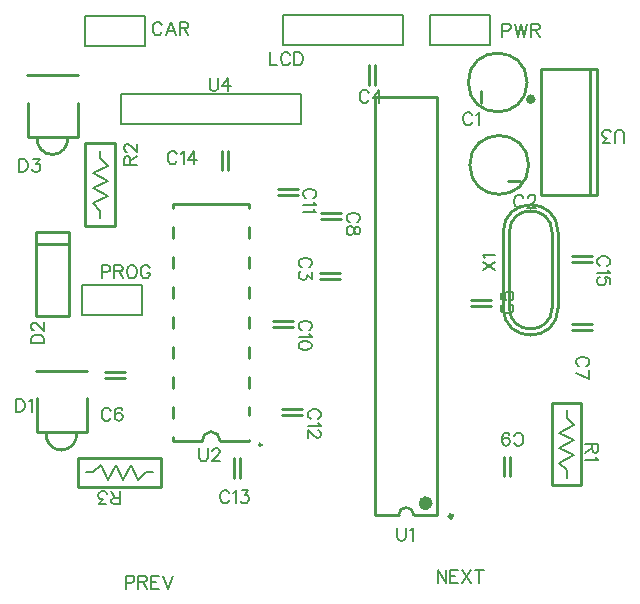
<source format=gto>
G04 Layer: TopSilkscreenLayer*
G04 EasyEDA v6.5.3, 2022-04-18 14:54:04*
G04 15adf324dd814951a5dd903392d16c57,9ce652a6aed948bfbe420a612be0e63a,10*
G04 Gerber Generator version 0.2*
G04 Scale: 100 percent, Rotated: No, Reflected: No *
G04 Dimensions in millimeters *
G04 leading zeros omitted , absolute positions ,4 integer and 5 decimal *
%FSLAX45Y45*%
%MOMM*%

%ADD10C,0.2540*%
%ADD29C,0.1270*%
%ADD30C,0.2499*%
%ADD31C,0.2007*%
%ADD32C,0.2032*%
%ADD33C,0.2581*%
%ADD34C,0.2030*%
%ADD35C,0.3000*%
%ADD36C,0.6000*%
%ADD37C,0.4000*%
%ADD38C,0.1524*%

%LPD*%
D38*
X1398778Y3683507D02*
G01*
X1393444Y3693921D01*
X1383029Y3704336D01*
X1372870Y3709415D01*
X1352042Y3709415D01*
X1341628Y3704336D01*
X1331213Y3693921D01*
X1325879Y3683507D01*
X1320800Y3667760D01*
X1320800Y3641852D01*
X1325879Y3626357D01*
X1331213Y3615944D01*
X1341628Y3605529D01*
X1352042Y3600450D01*
X1372870Y3600450D01*
X1383029Y3605529D01*
X1393444Y3615944D01*
X1398778Y3626357D01*
X1433068Y3688587D02*
G01*
X1443481Y3693921D01*
X1458976Y3709415D01*
X1458976Y3600450D01*
X1545336Y3709415D02*
G01*
X1493265Y3636771D01*
X1571244Y3636771D01*
X1545336Y3709415D02*
G01*
X1545336Y3600450D01*
X914400Y722884D02*
G01*
X914400Y831850D01*
X914400Y722884D02*
G01*
X867663Y722884D01*
X852170Y727963D01*
X846836Y733297D01*
X841755Y743712D01*
X841755Y754126D01*
X846836Y764539D01*
X852170Y769620D01*
X867663Y774700D01*
X914400Y774700D01*
X878078Y774700D02*
G01*
X841755Y831850D01*
X797052Y722884D02*
G01*
X739902Y722884D01*
X770889Y764539D01*
X755395Y764539D01*
X744981Y769620D01*
X739902Y774700D01*
X734568Y790447D01*
X734568Y800862D01*
X739902Y816355D01*
X750315Y826770D01*
X765810Y831850D01*
X781304Y831850D01*
X797052Y826770D01*
X802131Y821689D01*
X807465Y811276D01*
X1676400Y4331715D02*
G01*
X1676400Y4253737D01*
X1681479Y4238244D01*
X1691894Y4227829D01*
X1707642Y4222750D01*
X1718055Y4222750D01*
X1733550Y4227829D01*
X1743963Y4238244D01*
X1749044Y4253737D01*
X1749044Y4331715D01*
X1835404Y4331715D02*
G01*
X1783334Y4259071D01*
X1861312Y4259071D01*
X1835404Y4331715D02*
G01*
X1835404Y4222750D01*
X762000Y2744215D02*
G01*
X762000Y2635250D01*
X762000Y2744215D02*
G01*
X808736Y2744215D01*
X824229Y2739136D01*
X829563Y2733802D01*
X834644Y2723387D01*
X834644Y2707894D01*
X829563Y2697479D01*
X824229Y2692400D01*
X808736Y2687065D01*
X762000Y2687065D01*
X868934Y2744215D02*
G01*
X868934Y2635250D01*
X868934Y2744215D02*
G01*
X915670Y2744215D01*
X931418Y2739136D01*
X936497Y2733802D01*
X941831Y2723387D01*
X941831Y2712973D01*
X936497Y2702560D01*
X931418Y2697479D01*
X915670Y2692400D01*
X868934Y2692400D01*
X905510Y2692400D02*
G01*
X941831Y2635250D01*
X1007110Y2744215D02*
G01*
X996950Y2739136D01*
X986536Y2728721D01*
X981202Y2718307D01*
X976121Y2702560D01*
X976121Y2676652D01*
X981202Y2661157D01*
X986536Y2650744D01*
X996950Y2640329D01*
X1007110Y2635250D01*
X1027937Y2635250D01*
X1038352Y2640329D01*
X1048765Y2650744D01*
X1054100Y2661157D01*
X1059179Y2676652D01*
X1059179Y2702560D01*
X1054100Y2718307D01*
X1048765Y2728721D01*
X1038352Y2739136D01*
X1027937Y2744215D01*
X1007110Y2744215D01*
X1171447Y2718307D02*
G01*
X1166113Y2728721D01*
X1155700Y2739136D01*
X1145539Y2744215D01*
X1124712Y2744215D01*
X1114297Y2739136D01*
X1103884Y2728721D01*
X1098550Y2718307D01*
X1093470Y2702560D01*
X1093470Y2676652D01*
X1098550Y2661157D01*
X1103884Y2650744D01*
X1114297Y2640329D01*
X1124712Y2635250D01*
X1145539Y2635250D01*
X1155700Y2640329D01*
X1166113Y2650744D01*
X1171447Y2661157D01*
X1171447Y2676652D01*
X1145539Y2676652D02*
G01*
X1171447Y2676652D01*
X951484Y3594100D02*
G01*
X1060450Y3594100D01*
X951484Y3594100D02*
G01*
X951484Y3640836D01*
X956563Y3656329D01*
X961897Y3661663D01*
X972312Y3666744D01*
X982726Y3666744D01*
X993139Y3661663D01*
X998220Y3656329D01*
X1003300Y3640836D01*
X1003300Y3594100D01*
X1003300Y3630421D02*
G01*
X1060450Y3666744D01*
X977392Y3706368D02*
G01*
X972312Y3706368D01*
X961897Y3711447D01*
X956563Y3716781D01*
X951484Y3727195D01*
X951484Y3747770D01*
X956563Y3758184D01*
X961897Y3763518D01*
X972312Y3768597D01*
X982726Y3768597D01*
X993139Y3763518D01*
X1008634Y3753104D01*
X1060450Y3701034D01*
X1060450Y3773931D01*
X38100Y1613915D02*
G01*
X38100Y1504950D01*
X38100Y1613915D02*
G01*
X74421Y1613915D01*
X90170Y1608836D01*
X100329Y1598421D01*
X105663Y1588007D01*
X110744Y1572260D01*
X110744Y1546352D01*
X105663Y1530857D01*
X100329Y1520444D01*
X90170Y1510029D01*
X74421Y1504950D01*
X38100Y1504950D01*
X145034Y1593087D02*
G01*
X155447Y1598421D01*
X171195Y1613915D01*
X171195Y1504950D01*
X63500Y3645915D02*
G01*
X63500Y3536950D01*
X63500Y3645915D02*
G01*
X99821Y3645915D01*
X115570Y3640836D01*
X125729Y3630421D01*
X131063Y3620007D01*
X136144Y3604260D01*
X136144Y3578352D01*
X131063Y3562857D01*
X125729Y3552444D01*
X115570Y3542029D01*
X99821Y3536950D01*
X63500Y3536950D01*
X180847Y3645915D02*
G01*
X237997Y3645915D01*
X207010Y3604260D01*
X222504Y3604260D01*
X232918Y3599179D01*
X237997Y3594100D01*
X243331Y3578352D01*
X243331Y3567937D01*
X237997Y3552444D01*
X227584Y3542029D01*
X212089Y3536950D01*
X196595Y3536950D01*
X180847Y3542029D01*
X175768Y3547110D01*
X170434Y3557523D01*
X3900677Y4013707D02*
G01*
X3895343Y4024121D01*
X3884929Y4034536D01*
X3874770Y4039615D01*
X3853941Y4039615D01*
X3843527Y4034536D01*
X3833113Y4024121D01*
X3827779Y4013707D01*
X3822700Y3997960D01*
X3822700Y3972052D01*
X3827779Y3956557D01*
X3833113Y3946144D01*
X3843527Y3935729D01*
X3853941Y3930650D01*
X3874770Y3930650D01*
X3884929Y3935729D01*
X3895343Y3946144D01*
X3900677Y3956557D01*
X3934968Y4018787D02*
G01*
X3945381Y4024121D01*
X3960875Y4039615D01*
X3960875Y3930650D01*
X4332477Y3315207D02*
G01*
X4327143Y3325621D01*
X4316729Y3336036D01*
X4306570Y3341115D01*
X4285741Y3341115D01*
X4275327Y3336036D01*
X4264913Y3325621D01*
X4259579Y3315207D01*
X4254500Y3299460D01*
X4254500Y3273552D01*
X4259579Y3258057D01*
X4264913Y3247644D01*
X4275327Y3237229D01*
X4285741Y3232150D01*
X4306570Y3232150D01*
X4316729Y3237229D01*
X4327143Y3247644D01*
X4332477Y3258057D01*
X4371847Y3315207D02*
G01*
X4371847Y3320287D01*
X4377181Y3330702D01*
X4382261Y3336036D01*
X4392675Y3341115D01*
X4413504Y3341115D01*
X4423918Y3336036D01*
X4428997Y3330702D01*
X4434331Y3320287D01*
X4434331Y3309873D01*
X4428997Y3299460D01*
X4418584Y3283965D01*
X4366768Y3232150D01*
X4439411Y3232150D01*
X2515108Y2728721D02*
G01*
X2525522Y2734055D01*
X2535936Y2744470D01*
X2541015Y2754629D01*
X2541015Y2775457D01*
X2535936Y2785871D01*
X2525522Y2796286D01*
X2515108Y2801620D01*
X2499359Y2806700D01*
X2473452Y2806700D01*
X2457958Y2801620D01*
X2447543Y2796286D01*
X2437129Y2785871D01*
X2432050Y2775457D01*
X2432050Y2754629D01*
X2437129Y2744470D01*
X2447543Y2734055D01*
X2457958Y2728721D01*
X2541015Y2684018D02*
G01*
X2541015Y2626868D01*
X2499359Y2658110D01*
X2499359Y2642615D01*
X2494279Y2632202D01*
X2489200Y2626868D01*
X2473452Y2621787D01*
X2463038Y2621787D01*
X2447543Y2626868D01*
X2437129Y2637281D01*
X2432050Y2653029D01*
X2432050Y2668523D01*
X2437129Y2684018D01*
X2442209Y2689352D01*
X2452624Y2694431D01*
X3024377Y4204207D02*
G01*
X3019043Y4214621D01*
X3008629Y4225036D01*
X2998470Y4230115D01*
X2977641Y4230115D01*
X2967227Y4225036D01*
X2956813Y4214621D01*
X2951479Y4204207D01*
X2946400Y4188460D01*
X2946400Y4162552D01*
X2951479Y4147057D01*
X2956813Y4136644D01*
X2967227Y4126229D01*
X2977641Y4121150D01*
X2998470Y4121150D01*
X3008629Y4126229D01*
X3019043Y4136644D01*
X3024377Y4147057D01*
X3110484Y4230115D02*
G01*
X3058668Y4157471D01*
X3136645Y4157471D01*
X3110484Y4230115D02*
G01*
X3110484Y4121150D01*
X4165091Y2414778D02*
G01*
X4154677Y2409444D01*
X4144263Y2399029D01*
X4139184Y2388870D01*
X4139184Y2368042D01*
X4144263Y2357628D01*
X4154677Y2347213D01*
X4165091Y2341879D01*
X4180840Y2336800D01*
X4206747Y2336800D01*
X4222241Y2341879D01*
X4232656Y2347213D01*
X4243070Y2357628D01*
X4248150Y2368042D01*
X4248150Y2388870D01*
X4243070Y2399029D01*
X4232656Y2409444D01*
X4222241Y2414778D01*
X4139184Y2511297D02*
G01*
X4139184Y2459481D01*
X4185920Y2454147D01*
X4180840Y2459481D01*
X4175506Y2474976D01*
X4175506Y2490470D01*
X4180840Y2506218D01*
X4191000Y2516631D01*
X4206747Y2521712D01*
X4217161Y2521712D01*
X4232656Y2516631D01*
X4243070Y2506218D01*
X4248150Y2490470D01*
X4248150Y2474976D01*
X4243070Y2459481D01*
X4237990Y2454147D01*
X4227575Y2449068D01*
X839978Y1511807D02*
G01*
X834644Y1522221D01*
X824229Y1532636D01*
X814070Y1537715D01*
X793242Y1537715D01*
X782828Y1532636D01*
X772413Y1522221D01*
X767079Y1511807D01*
X762000Y1496060D01*
X762000Y1470152D01*
X767079Y1454657D01*
X772413Y1444244D01*
X782828Y1433829D01*
X793242Y1428750D01*
X814070Y1428750D01*
X824229Y1433829D01*
X834644Y1444244D01*
X839978Y1454657D01*
X936497Y1522221D02*
G01*
X931418Y1532636D01*
X915670Y1537715D01*
X905510Y1537715D01*
X889762Y1532636D01*
X879347Y1516887D01*
X874268Y1490979D01*
X874268Y1465071D01*
X879347Y1444244D01*
X889762Y1433829D01*
X905510Y1428750D01*
X910589Y1428750D01*
X926084Y1433829D01*
X936497Y1444244D01*
X941831Y1459737D01*
X941831Y1465071D01*
X936497Y1480565D01*
X926084Y1490979D01*
X910589Y1496060D01*
X905510Y1496060D01*
X889762Y1490979D01*
X879347Y1480565D01*
X874268Y1465071D01*
X4864608Y1890521D02*
G01*
X4875022Y1895855D01*
X4885436Y1906270D01*
X4890515Y1916429D01*
X4890515Y1937257D01*
X4885436Y1947671D01*
X4875022Y1958086D01*
X4864608Y1963420D01*
X4848859Y1968500D01*
X4822952Y1968500D01*
X4807458Y1963420D01*
X4797043Y1958086D01*
X4786629Y1947671D01*
X4781550Y1937257D01*
X4781550Y1916429D01*
X4786629Y1906270D01*
X4797043Y1895855D01*
X4807458Y1890521D01*
X4890515Y1783587D02*
G01*
X4781550Y1835404D01*
X4890515Y1856231D02*
G01*
X4890515Y1783587D01*
X2921508Y3109721D02*
G01*
X2931922Y3115055D01*
X2942336Y3125470D01*
X2947415Y3135629D01*
X2947415Y3156457D01*
X2942336Y3166871D01*
X2931922Y3177286D01*
X2921508Y3182620D01*
X2905759Y3187700D01*
X2879852Y3187700D01*
X2864358Y3182620D01*
X2853943Y3177286D01*
X2843529Y3166871D01*
X2838450Y3156457D01*
X2838450Y3135629D01*
X2843529Y3125470D01*
X2853943Y3115055D01*
X2864358Y3109721D01*
X2947415Y3049523D02*
G01*
X2942336Y3065018D01*
X2931922Y3070352D01*
X2921508Y3070352D01*
X2911093Y3065018D01*
X2905759Y3054604D01*
X2900679Y3034029D01*
X2895600Y3018281D01*
X2885186Y3007868D01*
X2874772Y3002787D01*
X2859024Y3002787D01*
X2848609Y3007868D01*
X2843529Y3013202D01*
X2838450Y3028695D01*
X2838450Y3049523D01*
X2843529Y3065018D01*
X2848609Y3070352D01*
X2859024Y3075431D01*
X2874772Y3075431D01*
X2885186Y3070352D01*
X2895600Y3059937D01*
X2900679Y3044189D01*
X2905759Y3023615D01*
X2911093Y3013202D01*
X2921508Y3007868D01*
X2931922Y3007868D01*
X2942336Y3013202D01*
X2947415Y3028695D01*
X2947415Y3049523D01*
X4252722Y1244092D02*
G01*
X4258056Y1233678D01*
X4268470Y1223263D01*
X4278629Y1218184D01*
X4299458Y1218184D01*
X4309872Y1223263D01*
X4320286Y1233678D01*
X4325620Y1244092D01*
X4330700Y1259839D01*
X4330700Y1285747D01*
X4325620Y1301242D01*
X4320286Y1311655D01*
X4309872Y1322070D01*
X4299458Y1327150D01*
X4278629Y1327150D01*
X4268470Y1322070D01*
X4258056Y1311655D01*
X4252722Y1301242D01*
X4150868Y1254505D02*
G01*
X4156202Y1270000D01*
X4166615Y1280413D01*
X4182109Y1285747D01*
X4187190Y1285747D01*
X4202938Y1280413D01*
X4213352Y1270000D01*
X4218431Y1254505D01*
X4218431Y1249426D01*
X4213352Y1233678D01*
X4202938Y1223263D01*
X4187190Y1218184D01*
X4182109Y1218184D01*
X4166615Y1223263D01*
X4156202Y1233678D01*
X4150868Y1254505D01*
X4150868Y1280413D01*
X4156202Y1306576D01*
X4166615Y1322070D01*
X4182109Y1327150D01*
X4192524Y1327150D01*
X4208018Y1322070D01*
X4213352Y1311655D01*
X2591308Y1446021D02*
G01*
X2601722Y1451355D01*
X2612136Y1461770D01*
X2617215Y1471929D01*
X2617215Y1492757D01*
X2612136Y1503171D01*
X2601722Y1513586D01*
X2591308Y1518920D01*
X2575559Y1524000D01*
X2549652Y1524000D01*
X2534158Y1518920D01*
X2523743Y1513586D01*
X2513329Y1503171D01*
X2508250Y1492757D01*
X2508250Y1471929D01*
X2513329Y1461770D01*
X2523743Y1451355D01*
X2534158Y1446021D01*
X2596388Y1411731D02*
G01*
X2601722Y1401318D01*
X2617215Y1385823D01*
X2508250Y1385823D01*
X2591308Y1346200D02*
G01*
X2596388Y1346200D01*
X2606802Y1341120D01*
X2612136Y1336039D01*
X2617215Y1325626D01*
X2617215Y1304797D01*
X2612136Y1294384D01*
X2606802Y1289050D01*
X2596388Y1283970D01*
X2585974Y1283970D01*
X2575559Y1289050D01*
X2560065Y1299463D01*
X2508250Y1351534D01*
X2508250Y1278889D01*
X5042408Y2741421D02*
G01*
X5052822Y2746755D01*
X5063236Y2757170D01*
X5068315Y2767329D01*
X5068315Y2788157D01*
X5063236Y2798571D01*
X5052822Y2808986D01*
X5042408Y2814320D01*
X5026659Y2819400D01*
X5000752Y2819400D01*
X4985258Y2814320D01*
X4974843Y2808986D01*
X4964429Y2798571D01*
X4959350Y2788157D01*
X4959350Y2767329D01*
X4964429Y2757170D01*
X4974843Y2746755D01*
X4985258Y2741421D01*
X5047488Y2707131D02*
G01*
X5052822Y2696718D01*
X5068315Y2681223D01*
X4959350Y2681223D01*
X5068315Y2584450D02*
G01*
X5068315Y2636520D01*
X5021579Y2641600D01*
X5026659Y2636520D01*
X5031993Y2621026D01*
X5031993Y2605278D01*
X5026659Y2589784D01*
X5016500Y2579370D01*
X5000752Y2574289D01*
X4990338Y2574289D01*
X4974843Y2579370D01*
X4964429Y2589784D01*
X4959350Y2605278D01*
X4959350Y2621026D01*
X4964429Y2636520D01*
X4969509Y2641600D01*
X4979924Y2646934D01*
X164084Y2082800D02*
G01*
X273050Y2082800D01*
X164084Y2082800D02*
G01*
X164084Y2119121D01*
X169163Y2134870D01*
X179578Y2145029D01*
X189992Y2150363D01*
X205739Y2155444D01*
X231647Y2155444D01*
X247142Y2150363D01*
X257555Y2145029D01*
X267970Y2134870D01*
X273050Y2119121D01*
X273050Y2082800D01*
X189992Y2195068D02*
G01*
X184912Y2195068D01*
X174497Y2200147D01*
X169163Y2205481D01*
X164084Y2215895D01*
X164084Y2236470D01*
X169163Y2246884D01*
X174497Y2252218D01*
X184912Y2257297D01*
X195326Y2257297D01*
X205739Y2252218D01*
X221234Y2241804D01*
X273050Y2189734D01*
X273050Y2262631D01*
X4966715Y1231900D02*
G01*
X4857750Y1231900D01*
X4966715Y1231900D02*
G01*
X4966715Y1185163D01*
X4961636Y1169670D01*
X4956302Y1164336D01*
X4945888Y1159255D01*
X4935474Y1159255D01*
X4925059Y1164336D01*
X4919979Y1169670D01*
X4914900Y1185163D01*
X4914900Y1231900D01*
X4914900Y1195578D02*
G01*
X4857750Y1159255D01*
X4945888Y1124965D02*
G01*
X4951222Y1114552D01*
X4966715Y1098804D01*
X4857750Y1098804D01*
X3263900Y521715D02*
G01*
X3263900Y443737D01*
X3268979Y428244D01*
X3279393Y417829D01*
X3295141Y412750D01*
X3305556Y412750D01*
X3321050Y417829D01*
X3331463Y428244D01*
X3336543Y443737D01*
X3336543Y521715D01*
X3370834Y500887D02*
G01*
X3381247Y506221D01*
X3396995Y521715D01*
X3396995Y412750D01*
X1587500Y1194815D02*
G01*
X1587500Y1116837D01*
X1592579Y1101344D01*
X1602994Y1090929D01*
X1618742Y1085850D01*
X1629155Y1085850D01*
X1644650Y1090929D01*
X1655063Y1101344D01*
X1660144Y1116837D01*
X1660144Y1194815D01*
X1699768Y1168907D02*
G01*
X1699768Y1173987D01*
X1704847Y1184402D01*
X1710181Y1189736D01*
X1720595Y1194815D01*
X1741170Y1194815D01*
X1751584Y1189736D01*
X1756918Y1184402D01*
X1761997Y1173987D01*
X1761997Y1163573D01*
X1756918Y1153160D01*
X1746504Y1137665D01*
X1694434Y1085850D01*
X1767331Y1085850D01*
X5181587Y3783571D02*
G01*
X5181587Y3861549D01*
X5176507Y3877043D01*
X5166093Y3887457D01*
X5150345Y3892537D01*
X5139931Y3892537D01*
X5124437Y3887457D01*
X5114023Y3877043D01*
X5108943Y3861549D01*
X5108943Y3783571D01*
X5064239Y3783571D02*
G01*
X5007089Y3783571D01*
X5038077Y3825227D01*
X5022583Y3825227D01*
X5012169Y3830307D01*
X5007089Y3835387D01*
X5001755Y3851135D01*
X5001755Y3861549D01*
X5007089Y3877043D01*
X5017503Y3887457D01*
X5032997Y3892537D01*
X5048491Y3892537D01*
X5064239Y3887457D01*
X5069319Y3882377D01*
X5074653Y3871963D01*
X3986784Y2701036D02*
G01*
X4095750Y2773679D01*
X3986784Y2773679D02*
G01*
X4095750Y2701036D01*
X4007611Y2807970D02*
G01*
X4002277Y2818384D01*
X3986784Y2834131D01*
X4095750Y2834131D01*
X1271778Y4775707D02*
G01*
X1266444Y4786121D01*
X1256029Y4796536D01*
X1245870Y4801615D01*
X1225042Y4801615D01*
X1214628Y4796536D01*
X1204213Y4786121D01*
X1198879Y4775707D01*
X1193800Y4759960D01*
X1193800Y4734052D01*
X1198879Y4718557D01*
X1204213Y4708144D01*
X1214628Y4697729D01*
X1225042Y4692650D01*
X1245870Y4692650D01*
X1256029Y4697729D01*
X1266444Y4708144D01*
X1271778Y4718557D01*
X1347470Y4801615D02*
G01*
X1306068Y4692650D01*
X1347470Y4801615D02*
G01*
X1389126Y4692650D01*
X1321562Y4728971D02*
G01*
X1373631Y4728971D01*
X1423415Y4801615D02*
G01*
X1423415Y4692650D01*
X1423415Y4801615D02*
G01*
X1470152Y4801615D01*
X1485900Y4796536D01*
X1490979Y4791202D01*
X1496060Y4780787D01*
X1496060Y4770373D01*
X1490979Y4759960D01*
X1485900Y4754879D01*
X1470152Y4749800D01*
X1423415Y4749800D01*
X1459737Y4749800D02*
G01*
X1496060Y4692650D01*
X2184400Y4547615D02*
G01*
X2184400Y4438650D01*
X2184400Y4438650D02*
G01*
X2246629Y4438650D01*
X2358897Y4521707D02*
G01*
X2353818Y4532121D01*
X2343404Y4542536D01*
X2332990Y4547615D01*
X2312161Y4547615D01*
X2301747Y4542536D01*
X2291334Y4532121D01*
X2286254Y4521707D01*
X2280920Y4505960D01*
X2280920Y4480052D01*
X2286254Y4464557D01*
X2291334Y4454144D01*
X2301747Y4443729D01*
X2312161Y4438650D01*
X2332990Y4438650D01*
X2343404Y4443729D01*
X2353818Y4454144D01*
X2358897Y4464557D01*
X2393188Y4547615D02*
G01*
X2393188Y4438650D01*
X2393188Y4547615D02*
G01*
X2429509Y4547615D01*
X2445258Y4542536D01*
X2455672Y4532121D01*
X2460752Y4521707D01*
X2466086Y4505960D01*
X2466086Y4480052D01*
X2460752Y4464557D01*
X2455672Y4454144D01*
X2445258Y4443729D01*
X2429509Y4438650D01*
X2393188Y4438650D01*
X4152900Y4788915D02*
G01*
X4152900Y4679950D01*
X4152900Y4788915D02*
G01*
X4199636Y4788915D01*
X4215129Y4783836D01*
X4220463Y4778502D01*
X4225543Y4768087D01*
X4225543Y4752594D01*
X4220463Y4742179D01*
X4215129Y4737100D01*
X4199636Y4731765D01*
X4152900Y4731765D01*
X4259834Y4788915D02*
G01*
X4285995Y4679950D01*
X4311904Y4788915D02*
G01*
X4285995Y4679950D01*
X4311904Y4788915D02*
G01*
X4337811Y4679950D01*
X4363720Y4788915D02*
G01*
X4337811Y4679950D01*
X4398009Y4788915D02*
G01*
X4398009Y4679950D01*
X4398009Y4788915D02*
G01*
X4445000Y4788915D01*
X4460493Y4783836D01*
X4465574Y4778502D01*
X4470908Y4768087D01*
X4470908Y4757673D01*
X4465574Y4747260D01*
X4460493Y4742179D01*
X4445000Y4737100D01*
X4398009Y4737100D01*
X4434586Y4737100D02*
G01*
X4470908Y4679950D01*
X2515108Y2195321D02*
G01*
X2525522Y2200655D01*
X2535936Y2211070D01*
X2541015Y2221229D01*
X2541015Y2242057D01*
X2535936Y2252471D01*
X2525522Y2262886D01*
X2515108Y2268220D01*
X2499359Y2273300D01*
X2473452Y2273300D01*
X2457958Y2268220D01*
X2447543Y2262886D01*
X2437129Y2252471D01*
X2432050Y2242057D01*
X2432050Y2221229D01*
X2437129Y2211070D01*
X2447543Y2200655D01*
X2457958Y2195321D01*
X2520188Y2161031D02*
G01*
X2525522Y2150618D01*
X2541015Y2135123D01*
X2432050Y2135123D01*
X2541015Y2069592D02*
G01*
X2535936Y2085339D01*
X2520188Y2095500D01*
X2494279Y2100834D01*
X2478786Y2100834D01*
X2452624Y2095500D01*
X2437129Y2085339D01*
X2432050Y2069592D01*
X2432050Y2059178D01*
X2437129Y2043684D01*
X2452624Y2033270D01*
X2478786Y2028189D01*
X2494279Y2028189D01*
X2520188Y2033270D01*
X2535936Y2043684D01*
X2541015Y2059178D01*
X2541015Y2069592D01*
X2553208Y3312921D02*
G01*
X2563622Y3318255D01*
X2574036Y3328670D01*
X2579115Y3338829D01*
X2579115Y3359657D01*
X2574036Y3370071D01*
X2563622Y3380486D01*
X2553208Y3385820D01*
X2537459Y3390900D01*
X2511552Y3390900D01*
X2496058Y3385820D01*
X2485643Y3380486D01*
X2475229Y3370071D01*
X2470150Y3359657D01*
X2470150Y3338829D01*
X2475229Y3328670D01*
X2485643Y3318255D01*
X2496058Y3312921D01*
X2558288Y3278631D02*
G01*
X2563622Y3268218D01*
X2579115Y3252723D01*
X2470150Y3252723D01*
X2558288Y3218434D02*
G01*
X2563622Y3208020D01*
X2579115Y3192526D01*
X2470150Y3192526D01*
X1843278Y813307D02*
G01*
X1837944Y823721D01*
X1827529Y834136D01*
X1817370Y839215D01*
X1796542Y839215D01*
X1786128Y834136D01*
X1775713Y823721D01*
X1770379Y813307D01*
X1765300Y797560D01*
X1765300Y771652D01*
X1770379Y756157D01*
X1775713Y745744D01*
X1786128Y735329D01*
X1796542Y730250D01*
X1817370Y730250D01*
X1827529Y735329D01*
X1837944Y745744D01*
X1843278Y756157D01*
X1877568Y818387D02*
G01*
X1887981Y823721D01*
X1903476Y839215D01*
X1903476Y730250D01*
X1948179Y839215D02*
G01*
X2005329Y839215D01*
X1974088Y797560D01*
X1989836Y797560D01*
X2000250Y792479D01*
X2005329Y787400D01*
X2010409Y771652D01*
X2010409Y761237D01*
X2005329Y745744D01*
X1994915Y735329D01*
X1979422Y730250D01*
X1963674Y730250D01*
X1948179Y735329D01*
X1943100Y740410D01*
X1937765Y750823D01*
X3606800Y166115D02*
G01*
X3606800Y57150D01*
X3606800Y166115D02*
G01*
X3679443Y57150D01*
X3679443Y166115D02*
G01*
X3679443Y57150D01*
X3713734Y166115D02*
G01*
X3713734Y57150D01*
X3713734Y166115D02*
G01*
X3781297Y166115D01*
X3713734Y114300D02*
G01*
X3755390Y114300D01*
X3713734Y57150D02*
G01*
X3781297Y57150D01*
X3815588Y166115D02*
G01*
X3888486Y57150D01*
X3888486Y166115D02*
G01*
X3815588Y57150D01*
X3959097Y166115D02*
G01*
X3959097Y57150D01*
X3922775Y166115D02*
G01*
X3995420Y166115D01*
X965200Y115315D02*
G01*
X965200Y6350D01*
X965200Y115315D02*
G01*
X1011936Y115315D01*
X1027429Y110236D01*
X1032763Y104902D01*
X1037844Y94487D01*
X1037844Y78994D01*
X1032763Y68579D01*
X1027429Y63500D01*
X1011936Y58165D01*
X965200Y58165D01*
X1072134Y115315D02*
G01*
X1072134Y6350D01*
X1072134Y115315D02*
G01*
X1118870Y115315D01*
X1134618Y110236D01*
X1139697Y104902D01*
X1145031Y94487D01*
X1145031Y84073D01*
X1139697Y73660D01*
X1134618Y68579D01*
X1118870Y63500D01*
X1072134Y63500D01*
X1108710Y63500D02*
G01*
X1145031Y6350D01*
X1179321Y115315D02*
G01*
X1179321Y6350D01*
X1179321Y115315D02*
G01*
X1246886Y115315D01*
X1179321Y63500D02*
G01*
X1220723Y63500D01*
X1179321Y6350D02*
G01*
X1246886Y6350D01*
X1281176Y115315D02*
G01*
X1322578Y6350D01*
X1364234Y115315D02*
G01*
X1322578Y6350D01*
D10*
X1828802Y3548542D02*
G01*
X1828802Y3715852D01*
X1778002Y3715852D02*
G01*
X1778002Y3548542D01*
D29*
X1200150Y990600D02*
G01*
X1136650Y990600D01*
X1073150Y927100D01*
X1009650Y1054100D01*
X946150Y927100D01*
X882650Y1054100D01*
X819150Y927100D01*
X755650Y1054100D01*
X692150Y990600D01*
X628650Y990600D01*
D30*
X1264386Y865606D02*
G01*
X564413Y865606D01*
X564413Y1115593D01*
X1264386Y1115593D01*
X1264386Y865606D01*
D31*
X2451100Y3937000D02*
G01*
X2451100Y4191000D01*
X927100Y3937000D02*
G01*
X927100Y4191000D01*
X927100Y4191000D02*
G01*
X2451100Y4191000D01*
X927100Y3937000D02*
G01*
X2451100Y3937000D01*
D32*
X596900Y2324100D02*
G01*
X596900Y2575560D01*
X1104900Y2575560D01*
X1104900Y2324100D01*
X596900Y2324100D01*
D29*
X749300Y3143250D02*
G01*
X749300Y3206750D01*
X685800Y3270250D01*
X812800Y3333750D01*
X685800Y3397250D01*
X812800Y3460750D01*
X685800Y3524250D01*
X812800Y3587750D01*
X749300Y3651250D01*
X749300Y3714750D01*
D30*
X624306Y3079013D02*
G01*
X624306Y3778986D01*
X874293Y3778986D01*
X874293Y3079013D01*
X624306Y3079013D01*
D10*
X216131Y1329786D02*
G01*
X636130Y1329786D01*
X636130Y1619783D01*
X636130Y1849798D02*
G01*
X206128Y1849798D01*
X211101Y1329799D02*
G01*
X211101Y1619796D01*
X139931Y3831686D02*
G01*
X559930Y3831686D01*
X559930Y4121683D01*
X559930Y4351698D02*
G01*
X129928Y4351698D01*
X134901Y3831699D02*
G01*
X134901Y4121696D01*
X3975100Y4216400D02*
G01*
X3975100Y4114800D01*
X4203700Y3454400D02*
G01*
X4305300Y3454400D01*
X2776057Y2679702D02*
G01*
X2608747Y2679702D01*
X2608747Y2628902D02*
G01*
X2776057Y2628902D01*
X3022597Y4439757D02*
G01*
X3022597Y4272447D01*
X3073397Y4272447D02*
G01*
X3073397Y4439757D01*
X4058757Y2451102D02*
G01*
X3891447Y2451102D01*
X3891447Y2400302D02*
G01*
X4058757Y2400302D01*
X959957Y1841502D02*
G01*
X792647Y1841502D01*
X792647Y1790702D02*
G01*
X959957Y1790702D01*
X4909657Y2247902D02*
G01*
X4742347Y2247902D01*
X4742347Y2197102D02*
G01*
X4909657Y2197102D01*
X2788757Y3187702D02*
G01*
X2621447Y3187702D01*
X2621447Y3136902D02*
G01*
X2788757Y3136902D01*
X4165597Y1125057D02*
G01*
X4165597Y957747D01*
X4216397Y957747D02*
G01*
X4216397Y1125057D01*
X2458557Y1524002D02*
G01*
X2291247Y1524002D01*
X2291247Y1473202D02*
G01*
X2458557Y1473202D01*
X4909657Y2819402D02*
G01*
X4742347Y2819402D01*
X4742347Y2768602D02*
G01*
X4909657Y2768602D01*
X203200Y3022600D02*
G01*
X202900Y2311400D01*
X482600Y3022600D02*
G01*
X482899Y2311400D01*
X482899Y2311400D02*
G01*
X202900Y2311400D01*
X482600Y2920573D02*
G01*
X202600Y2920573D01*
X482600Y3022600D02*
G01*
X202600Y3022600D01*
D29*
X4699000Y1517650D02*
G01*
X4699000Y1454150D01*
X4762500Y1390650D01*
X4635500Y1327150D01*
X4762500Y1263650D01*
X4635500Y1200150D01*
X4762500Y1136650D01*
X4635500Y1073150D01*
X4699000Y1009650D01*
X4699000Y946150D01*
D30*
X4823993Y1581886D02*
G01*
X4823993Y881913D01*
X4574006Y881913D01*
X4574006Y1581886D01*
X4823993Y1581886D01*
D10*
X3276600Y630301D02*
G01*
X3075099Y630301D01*
X3075099Y4170298D01*
X3605100Y4170298D01*
X3605100Y630301D01*
X3403600Y630301D01*
X1369100Y3260600D02*
G01*
X2009099Y3260600D01*
X1369100Y1260599D02*
G01*
X1369100Y1289286D01*
X1369100Y1453913D02*
G01*
X1369100Y1543286D01*
X1369100Y1707913D02*
G01*
X1369100Y1797286D01*
X1369100Y1961913D02*
G01*
X1369100Y2051286D01*
X1369100Y2215913D02*
G01*
X1369100Y2305286D01*
X1369100Y2469913D02*
G01*
X1369100Y2559286D01*
X1369100Y2723913D02*
G01*
X1369100Y2813286D01*
X1369100Y2977913D02*
G01*
X1369100Y3067286D01*
X1369100Y3231913D02*
G01*
X1369100Y3260600D01*
X2009096Y1260599D02*
G01*
X2009096Y1263487D01*
X2009096Y1479715D02*
G01*
X2009096Y1543288D01*
X2009096Y1707911D02*
G01*
X2009096Y1797288D01*
X2009096Y1961911D02*
G01*
X2009096Y2051288D01*
X2009096Y2215911D02*
G01*
X2009096Y2305288D01*
X2009096Y2469911D02*
G01*
X2009096Y2559288D01*
X2009096Y2723911D02*
G01*
X2009096Y2813288D01*
X2009096Y2977911D02*
G01*
X2009096Y3067288D01*
X2009096Y3231911D02*
G01*
X2009096Y3260600D01*
X2009096Y1260599D02*
G01*
X1764101Y1260599D01*
X1369100Y1260599D02*
G01*
X1614098Y1260599D01*
X4957602Y4403613D02*
G01*
X4957602Y3343412D01*
X4477793Y3343412D01*
X4477793Y4403613D01*
X4957094Y4403613D01*
X4957602Y4403613D01*
X4897686Y3343516D02*
G01*
X4897686Y4403509D01*
D33*
X4574796Y2385100D02*
G01*
X4574796Y3025096D01*
X4213603Y3025099D02*
G01*
X4213603Y2385098D01*
X4626353Y3025099D02*
G01*
X4626353Y2385098D01*
X4162046Y2385098D02*
G01*
X4162046Y3025099D01*
D32*
X1130300Y4851400D02*
G01*
X1130300Y4599939D01*
X622300Y4599939D01*
X622300Y4851400D01*
X1130300Y4851400D01*
X2298700Y4610100D02*
G01*
X2298700Y4864100D01*
X3314700Y4864100D01*
X3314700Y4610100D01*
X3124200Y4610100D01*
D34*
X2298700Y4610100D02*
G01*
X3124200Y4610100D01*
D32*
X4051300Y4864100D02*
G01*
X4051300Y4612639D01*
X3543300Y4612639D01*
X3543300Y4864100D01*
X4051300Y4864100D01*
D10*
X2382357Y2273302D02*
G01*
X2215047Y2273302D01*
X2215047Y2222502D02*
G01*
X2382357Y2222502D01*
X2420457Y3390902D02*
G01*
X2253147Y3390902D01*
X2253147Y3340102D02*
G01*
X2420457Y3340102D01*
X1879597Y1112357D02*
G01*
X1879597Y945047D01*
X1930397Y945047D02*
G01*
X1930397Y1112357D01*
G75*
G01*
X294099Y1329799D02*
G03*
X548099Y1329799I127000J-21233D01*
G75*
G01*
X217899Y3831699D02*
G03*
X471899Y3831699I127000J-21233D01*
D35*
G75*
G01*
X3720084Y606298D02*
G03*
X3719830Y606298I-127J15001D01*
D10*
G75*
G01*
X3403600Y630174D02*
G03*
X3276600Y630174I-63500J0D01*
D36*
G75*
G01*
X3505200Y700278D02*
G03*
X3504692Y700278I-254J29999D01*
D10*
G75*
G01*
X1614099Y1260599D02*
G02*
X1763979Y1260602I74940J2D01*
D37*
G75*
G01*
X4415196Y4150510D02*
G03*
X4415196Y4150256I-20000J-127D01*
D33*
G75*
G01*
X4162047Y3025099D02*
G02*
X4626356Y3025140I232154J-747D01*
G75*
G01*
X4626353Y2385098D02*
G02*
X4162044Y2385060I-232154J749D01*
G75*
G01*
X4213603Y3025099D02*
G02*
X4574794Y3025140I180596J-656D01*
G75*
G01*
X4574797Y2385101D02*
G02*
X4213606Y2385060I-180596J656D01*
D10*
G75*
G01
X4363720Y4292600D02*
G03X4363720Y4292600I-248920J0D01*
G75*
G01
X4376420Y3594100D02*
G03X4376420Y3594100I-248920J0D01*
G75*
G01
X2115109Y1224610D02*
G03X2115109Y1224610I-10008J0D01*
M02*

</source>
